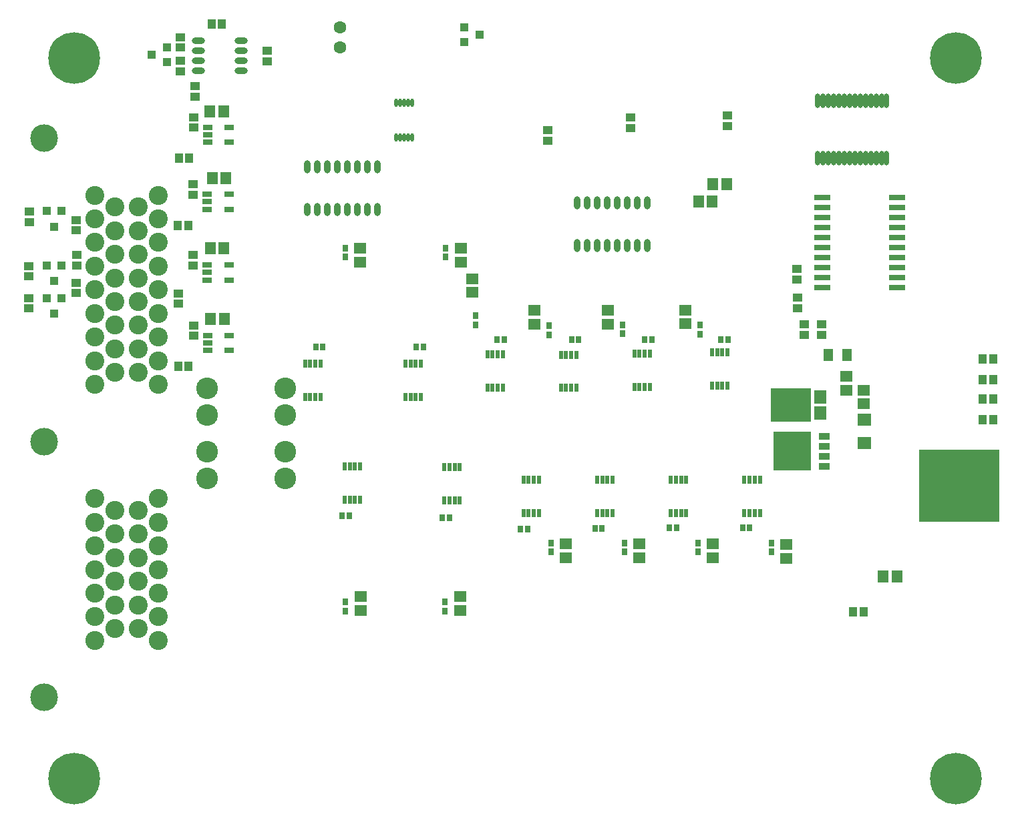
<source format=gbr>
%TF.GenerationSoftware,Altium Limited,Altium Designer,19.1.8 (144)*%
G04 Layer_Color=16711935*
%FSLAX26Y26*%
%MOIN*%
%TF.FileFunction,Soldermask,Bot*%
%TF.Part,Single*%
G01*
G75*
%TA.AperFunction,SMDPad,CuDef*%
%ADD74R,0.047370X0.043433*%
%ADD75R,0.043433X0.047370*%
%ADD76R,0.043433X0.039496*%
%ADD77O,0.027685X0.072961*%
%ADD78R,0.061150X0.053276*%
%ADD79R,0.189102X0.193039*%
%ADD80R,0.053276X0.035559*%
%ADD81R,0.059181X0.065087*%
%ADD82R,0.200913X0.171386*%
%ADD83R,0.065087X0.061150*%
%ADD84R,0.039496X0.043433*%
%ADD85R,0.045402X0.041465*%
%ADD86R,0.024535X0.043000*%
%ADD87R,0.031622X0.033197*%
%ADD88R,0.053276X0.061150*%
%ADD89O,0.031622X0.065087*%
%ADD90R,0.047370X0.031622*%
%ADD91R,0.082803X0.031622*%
%ADD92R,0.041465X0.045402*%
%ADD93O,0.065087X0.031622*%
%ADD94R,0.051307X0.059181*%
%ADD95O,0.017843X0.041465*%
%ADD96R,0.031622X0.037528*%
%TA.AperFunction,ComponentPad*%
%ADD97C,0.094614*%
%ADD98C,0.137921*%
%ADD99C,0.108000*%
%TA.AperFunction,ViaPad*%
%ADD100C,0.258000*%
%TA.AperFunction,ComponentPad*%
%ADD101C,0.063118*%
%ADD102C,0.019811*%
%TA.AperFunction,SMDPad,CuDef*%
%ADD103R,0.401701X0.362331*%
D74*
X3562400Y3560125D02*
D03*
Y3613275D02*
D03*
X3911000Y2703275D02*
D03*
Y2650125D02*
D03*
X4030600Y2516725D02*
D03*
Y2569875D02*
D03*
X3945000Y2515625D02*
D03*
Y2568775D02*
D03*
X3909700Y2845775D02*
D03*
Y2792625D02*
D03*
X3079400Y3602775D02*
D03*
Y3549625D02*
D03*
X905500Y3759242D02*
D03*
Y3706093D02*
D03*
X2664189Y3485825D02*
D03*
Y3538975D02*
D03*
X1264000Y3936575D02*
D03*
Y3883425D02*
D03*
D75*
X4886875Y2395200D02*
D03*
X4833725D02*
D03*
X4886875Y2294500D02*
D03*
X4833725D02*
D03*
X4886875Y2195800D02*
D03*
X4833725D02*
D03*
X4886875Y2094400D02*
D03*
X4833725D02*
D03*
X4242575Y1134356D02*
D03*
X4189425D02*
D03*
D76*
X687630Y3917000D02*
D03*
X766370Y3879599D02*
D03*
Y3954402D02*
D03*
X2326370Y4016000D02*
D03*
X2247630Y4053401D02*
D03*
Y3978598D02*
D03*
D77*
X4010433Y3686717D02*
D03*
X4037047D02*
D03*
X4063661D02*
D03*
X4090276D02*
D03*
X4116890D02*
D03*
X4143504D02*
D03*
X4170118D02*
D03*
X4196732D02*
D03*
X4223346D02*
D03*
X4249961D02*
D03*
X4276575D02*
D03*
X4303189D02*
D03*
X4329803D02*
D03*
X4356417D02*
D03*
X4010433Y3401284D02*
D03*
X4037047D02*
D03*
X4063661D02*
D03*
X4090276D02*
D03*
X4116890D02*
D03*
X4143504D02*
D03*
X4170118D02*
D03*
X4196732D02*
D03*
X4223346D02*
D03*
X4249961D02*
D03*
X4276575D02*
D03*
X4303189D02*
D03*
X4329803D02*
D03*
X4356417D02*
D03*
D78*
X2598291Y2639449D02*
D03*
Y2570551D02*
D03*
X2287000Y2797449D02*
D03*
Y2728551D02*
D03*
X4242966Y2172281D02*
D03*
Y2241179D02*
D03*
X4156184Y2241281D02*
D03*
Y2310179D02*
D03*
X2753200Y1473449D02*
D03*
Y1404551D02*
D03*
X2965713Y2570445D02*
D03*
Y2639343D02*
D03*
X3855500Y1469049D02*
D03*
Y1400151D02*
D03*
X2230502Y2949449D02*
D03*
Y2880551D02*
D03*
X1729065Y2949449D02*
D03*
Y2880551D02*
D03*
X2227935Y1139551D02*
D03*
Y1208449D02*
D03*
X1730458Y1140851D02*
D03*
Y1209748D02*
D03*
X3352677Y2571657D02*
D03*
Y2640555D02*
D03*
X3488042Y1473449D02*
D03*
Y1404551D02*
D03*
X3120621Y1473449D02*
D03*
Y1404551D02*
D03*
D79*
X3886104Y1935730D02*
D03*
D80*
X4043584Y1860730D02*
D03*
Y1910730D02*
D03*
Y1960730D02*
D03*
Y2010730D02*
D03*
D81*
X4024000Y2207000D02*
D03*
Y2127000D02*
D03*
D82*
X3878055Y2167000D02*
D03*
D83*
X4243184Y1975264D02*
D03*
Y2091405D02*
D03*
D84*
X201168Y2785000D02*
D03*
X238569Y2863740D02*
D03*
X163766D02*
D03*
X201000Y2621447D02*
D03*
X238401Y2700187D02*
D03*
X163598D02*
D03*
X163766Y3135780D02*
D03*
X238569D02*
D03*
X201168Y3057039D02*
D03*
D85*
X75832Y2648409D02*
D03*
Y2699590D02*
D03*
X314000Y2864409D02*
D03*
Y2915590D02*
D03*
X313000Y2726409D02*
D03*
Y2777590D02*
D03*
X830500Y3885091D02*
D03*
Y3833910D02*
D03*
X894951Y2915590D02*
D03*
Y2864409D02*
D03*
X822000Y2722590D02*
D03*
Y2671409D02*
D03*
X830000Y3952410D02*
D03*
Y4003591D02*
D03*
X312000Y3039410D02*
D03*
Y3090591D02*
D03*
X76000Y2808410D02*
D03*
Y2859591D02*
D03*
X77200Y3080910D02*
D03*
Y3132091D02*
D03*
X895683Y3268787D02*
D03*
Y3217606D02*
D03*
X896817Y2563787D02*
D03*
Y2512606D02*
D03*
Y3603189D02*
D03*
Y3552008D02*
D03*
D86*
X2620877Y1626106D02*
D03*
X2595286D02*
D03*
X2569696D02*
D03*
X2544105D02*
D03*
X2620877Y1791894D02*
D03*
X2595286D02*
D03*
X2569696D02*
D03*
X2544105D02*
D03*
X2988298Y1626106D02*
D03*
X2962707D02*
D03*
X2937117D02*
D03*
X2911526D02*
D03*
X2988298Y1791894D02*
D03*
X2962707D02*
D03*
X2937117D02*
D03*
X2911526D02*
D03*
X3355719Y1626106D02*
D03*
X3330129D02*
D03*
X3304538D02*
D03*
X3278948D02*
D03*
X3355719Y1791894D02*
D03*
X3330129D02*
D03*
X3304538D02*
D03*
X3278948D02*
D03*
X3723141Y1626106D02*
D03*
X3697550D02*
D03*
X3671960D02*
D03*
X3646369D02*
D03*
X3723141Y1791894D02*
D03*
X3697550D02*
D03*
X3671960D02*
D03*
X3646369D02*
D03*
X1530591Y2207106D02*
D03*
X1505000D02*
D03*
X1479409D02*
D03*
X1453819D02*
D03*
X1530591Y2372894D02*
D03*
X1505000D02*
D03*
X1479409D02*
D03*
X1453819D02*
D03*
X3484928Y2428587D02*
D03*
X3510519D02*
D03*
X3536109D02*
D03*
X3561700D02*
D03*
X3484928Y2262800D02*
D03*
X3510519D02*
D03*
X3536109D02*
D03*
X3561700D02*
D03*
X3097264Y2422694D02*
D03*
X3122854D02*
D03*
X3148445D02*
D03*
X3174035D02*
D03*
X3097264Y2256906D02*
D03*
X3122854D02*
D03*
X3148445D02*
D03*
X3174035D02*
D03*
X2730614Y2417894D02*
D03*
X2756205D02*
D03*
X2781795D02*
D03*
X2807386D02*
D03*
X2730614Y2252106D02*
D03*
X2756205D02*
D03*
X2781795D02*
D03*
X2807386D02*
D03*
X2363193Y2418364D02*
D03*
X2388784D02*
D03*
X2414374D02*
D03*
X2439965D02*
D03*
X2363193Y2252577D02*
D03*
X2388784D02*
D03*
X2414374D02*
D03*
X2439965D02*
D03*
X2032028Y2207106D02*
D03*
X2006437D02*
D03*
X1980847D02*
D03*
X1955256D02*
D03*
X2032028Y2372894D02*
D03*
X2006437D02*
D03*
X1980847D02*
D03*
X1955256D02*
D03*
X1727909Y1692406D02*
D03*
X1702319D02*
D03*
X1676728D02*
D03*
X1651138D02*
D03*
X1727909Y1858193D02*
D03*
X1702319D02*
D03*
X1676728D02*
D03*
X1651138D02*
D03*
X2225386Y1691106D02*
D03*
X2199795D02*
D03*
X2174205D02*
D03*
X2148614D02*
D03*
X2225386Y1856894D02*
D03*
X2199795D02*
D03*
X2174205D02*
D03*
X2148614D02*
D03*
D87*
X1673723Y1611300D02*
D03*
X1639077D02*
D03*
X2174323Y1604000D02*
D03*
X2139677D02*
D03*
X2529677Y1546000D02*
D03*
X2564323D02*
D03*
X2900677Y1550000D02*
D03*
X2935323D02*
D03*
X3271922Y1552137D02*
D03*
X3306567D02*
D03*
X3637314Y1551989D02*
D03*
X3671960D02*
D03*
X1507677Y2455000D02*
D03*
X1542323D02*
D03*
X2447323Y2493118D02*
D03*
X2412677D02*
D03*
X3563323Y2493754D02*
D03*
X3528677D02*
D03*
X3183223Y2491900D02*
D03*
X3148577D02*
D03*
X2819323Y2492648D02*
D03*
X2784677D02*
D03*
X2009114Y2455000D02*
D03*
X2043760D02*
D03*
D88*
X3485449Y3183000D02*
D03*
X3416551D02*
D03*
X3488551Y3271000D02*
D03*
X3557449D02*
D03*
X4339551Y1311000D02*
D03*
X4408449D02*
D03*
X980551Y2948648D02*
D03*
X1049449D02*
D03*
X982417Y2596845D02*
D03*
X1051315D02*
D03*
X989951Y3300200D02*
D03*
X1058849D02*
D03*
X978351Y3634400D02*
D03*
X1047249D02*
D03*
D89*
X3161000Y2961716D02*
D03*
X3111000D02*
D03*
X3061000D02*
D03*
X3011000D02*
D03*
X2961000D02*
D03*
X2911000D02*
D03*
X2861000D02*
D03*
X2811000D02*
D03*
X3161000Y3176283D02*
D03*
X3111000D02*
D03*
X3061000D02*
D03*
X3011000D02*
D03*
X2961000D02*
D03*
X2911000D02*
D03*
X2861000D02*
D03*
X2811000D02*
D03*
X1815000Y3142069D02*
D03*
X1765000D02*
D03*
X1715000D02*
D03*
X1665000D02*
D03*
X1615000D02*
D03*
X1565000D02*
D03*
X1515000D02*
D03*
X1465000D02*
D03*
X1815000Y3356636D02*
D03*
X1765000D02*
D03*
X1715000D02*
D03*
X1665000D02*
D03*
X1615000D02*
D03*
X1565000D02*
D03*
X1515000D02*
D03*
X1465000D02*
D03*
D90*
X965000Y2791000D02*
D03*
Y2828402D02*
D03*
Y2865803D02*
D03*
X1073268D02*
D03*
Y2791000D02*
D03*
X968066Y2438198D02*
D03*
Y2475600D02*
D03*
Y2513001D02*
D03*
X1076334D02*
D03*
Y2438198D02*
D03*
X965732Y3144197D02*
D03*
Y3181599D02*
D03*
Y3219000D02*
D03*
X1074000D02*
D03*
Y3144197D02*
D03*
X966866Y3478598D02*
D03*
Y3516000D02*
D03*
Y3553401D02*
D03*
X1075134D02*
D03*
Y3478598D02*
D03*
D91*
X4034592Y2754300D02*
D03*
Y2804300D02*
D03*
Y2854300D02*
D03*
Y2904300D02*
D03*
Y2954300D02*
D03*
Y3004300D02*
D03*
Y3054300D02*
D03*
Y3104300D02*
D03*
Y3154300D02*
D03*
Y3204300D02*
D03*
X4408608Y2754300D02*
D03*
Y2804300D02*
D03*
Y2854300D02*
D03*
Y2904300D02*
D03*
Y2954300D02*
D03*
Y3004300D02*
D03*
Y3054300D02*
D03*
Y3104300D02*
D03*
Y3154300D02*
D03*
Y3204300D02*
D03*
D92*
X988409Y4068829D02*
D03*
X1039591D02*
D03*
X819276Y3064000D02*
D03*
X870457D02*
D03*
X820409Y2359000D02*
D03*
X871591D02*
D03*
X824110Y3400100D02*
D03*
X875291D02*
D03*
D93*
X1136284Y3985000D02*
D03*
Y3935000D02*
D03*
Y3885000D02*
D03*
Y3835000D02*
D03*
X921717Y3985000D02*
D03*
Y3935000D02*
D03*
Y3885000D02*
D03*
Y3835000D02*
D03*
D94*
X4156460Y2414694D02*
D03*
X4065909D02*
D03*
D95*
X1987370Y3501401D02*
D03*
X1967685D02*
D03*
X1948000D02*
D03*
X1928315D02*
D03*
X1908630D02*
D03*
X1987370Y3676598D02*
D03*
X1967685D02*
D03*
X1948000D02*
D03*
X1928315D02*
D03*
X1908630D02*
D03*
D96*
X2679814Y1431362D02*
D03*
Y1476638D02*
D03*
X2671000Y2516385D02*
D03*
Y2561661D02*
D03*
X3037500Y2522362D02*
D03*
Y2567638D02*
D03*
X3782078Y1431362D02*
D03*
Y1476638D02*
D03*
X2155148Y2905000D02*
D03*
Y2950276D02*
D03*
X1653711Y2905000D02*
D03*
Y2950276D02*
D03*
X2152000Y1181638D02*
D03*
Y1136362D02*
D03*
X1654523Y1182937D02*
D03*
Y1137661D02*
D03*
X3424695Y2521067D02*
D03*
Y2566343D02*
D03*
X2304256Y2567832D02*
D03*
Y2613108D02*
D03*
X3414657Y1431362D02*
D03*
Y1476638D02*
D03*
X3047235Y1431362D02*
D03*
Y1476638D02*
D03*
D97*
X720866Y2269685D02*
D03*
Y2387795D02*
D03*
Y2505905D02*
D03*
Y2624016D02*
D03*
Y2742126D02*
D03*
Y2860236D02*
D03*
Y2978347D02*
D03*
Y3096457D02*
D03*
Y3214567D02*
D03*
X622441Y2328740D02*
D03*
Y2446850D02*
D03*
Y2564961D02*
D03*
Y2683071D02*
D03*
Y2801181D02*
D03*
Y2919291D02*
D03*
Y3037402D02*
D03*
Y3155512D02*
D03*
X504331Y2328740D02*
D03*
Y2446850D02*
D03*
Y2564961D02*
D03*
Y2683071D02*
D03*
Y2801181D02*
D03*
Y2919291D02*
D03*
Y3037402D02*
D03*
Y3155512D02*
D03*
X405906Y2269685D02*
D03*
Y2387795D02*
D03*
Y2505905D02*
D03*
Y2624016D02*
D03*
Y2742126D02*
D03*
Y2860236D02*
D03*
Y2978347D02*
D03*
Y3096457D02*
D03*
Y3214567D02*
D03*
Y1698819D02*
D03*
Y1580709D02*
D03*
Y1462599D02*
D03*
Y1344488D02*
D03*
Y1226378D02*
D03*
Y1108268D02*
D03*
Y990158D02*
D03*
X504331Y1639764D02*
D03*
Y1521654D02*
D03*
Y1403543D02*
D03*
Y1285433D02*
D03*
Y1167323D02*
D03*
Y1049213D02*
D03*
X622441Y1639764D02*
D03*
Y1521654D02*
D03*
Y1403543D02*
D03*
Y1285433D02*
D03*
Y1167323D02*
D03*
Y1049213D02*
D03*
X720866Y1698819D02*
D03*
Y1580709D02*
D03*
Y1462599D02*
D03*
Y1344488D02*
D03*
Y1226378D02*
D03*
Y1108268D02*
D03*
Y990158D02*
D03*
D98*
X150000Y704724D02*
D03*
Y1984252D02*
D03*
Y3500000D02*
D03*
D99*
X964724Y1933022D02*
D03*
X1355276D02*
D03*
X964724Y1799163D02*
D03*
X1355276D02*
D03*
X964449Y2250000D02*
D03*
X1355000D02*
D03*
X964449Y2116142D02*
D03*
X1355000D02*
D03*
D100*
X4700000Y3900000D02*
D03*
Y300000D02*
D03*
X300000D02*
D03*
Y3900000D02*
D03*
D101*
X1628000Y3953449D02*
D03*
Y4053449D02*
D03*
D102*
X4742312Y1761900D02*
D03*
Y1809144D02*
D03*
Y1856388D02*
D03*
Y1903632D02*
D03*
Y1714656D02*
D03*
Y1667412D02*
D03*
Y1620168D02*
D03*
X4789556D02*
D03*
Y1667412D02*
D03*
Y1714656D02*
D03*
Y1903632D02*
D03*
Y1856388D02*
D03*
Y1809144D02*
D03*
Y1761900D02*
D03*
X4836800Y1620168D02*
D03*
Y1667412D02*
D03*
Y1714656D02*
D03*
Y1903632D02*
D03*
Y1856388D02*
D03*
Y1809144D02*
D03*
Y1761900D02*
D03*
X4884044Y1620168D02*
D03*
Y1667412D02*
D03*
Y1714656D02*
D03*
Y1903632D02*
D03*
Y1856388D02*
D03*
Y1809144D02*
D03*
Y1761900D02*
D03*
X4695068Y1620168D02*
D03*
Y1667412D02*
D03*
Y1714656D02*
D03*
Y1903632D02*
D03*
Y1856388D02*
D03*
Y1809144D02*
D03*
Y1761900D02*
D03*
X4647824Y1620168D02*
D03*
Y1667412D02*
D03*
Y1714656D02*
D03*
Y1903632D02*
D03*
Y1856388D02*
D03*
Y1809144D02*
D03*
Y1761900D02*
D03*
X4600580Y1620168D02*
D03*
Y1667412D02*
D03*
Y1714656D02*
D03*
Y1903632D02*
D03*
Y1856388D02*
D03*
Y1809144D02*
D03*
Y1761900D02*
D03*
X4553336Y1620168D02*
D03*
Y1667412D02*
D03*
Y1714656D02*
D03*
Y1903632D02*
D03*
Y1856388D02*
D03*
Y1809144D02*
D03*
Y1761900D02*
D03*
D103*
X4718690D02*
D03*
%TF.MD5,c2b21d358019737feb913b4b7447d63f*%
M02*

</source>
